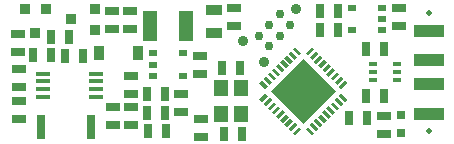
<source format=gts>
G04 (created by PCBNEW (2013-07-07 BZR 4022)-stable) date 15/02/2015 15:21:00*
%MOIN*%
G04 Gerber Fmt 3.4, Leading zero omitted, Abs format*
%FSLAX34Y34*%
G01*
G70*
G90*
G04 APERTURE LIST*
%ADD10C,0.00590551*%
%ADD11R,0.036X0.036*%
%ADD12R,0.03X0.02*%
%ADD13R,0.055X0.035*%
%ADD14R,0.045X0.025*%
%ADD15R,0.025X0.045*%
%ADD16R,0.026X0.016*%
%ADD17R,0.0984252X0.0393701*%
%ADD18C,0.019685*%
%ADD19C,0.03*%
%ADD20C,0.0354331*%
%ADD21R,0.05X0.1*%
%ADD22R,0.05X0.016*%
%ADD23R,0.0472441X0.0551181*%
%ADD24R,0.0358268X0.0480315*%
%ADD25R,0.0314X0.0314*%
%ADD26R,0.0314961X0.0787402*%
G04 APERTURE END LIST*
G54D10*
G54D11*
X30321Y-16027D03*
X30321Y-16727D03*
X29521Y-16377D03*
X27996Y-16056D03*
X28696Y-16056D03*
X28346Y-16856D03*
G54D12*
X32275Y-17518D03*
X32275Y-18268D03*
X33275Y-17518D03*
X32275Y-17893D03*
X33275Y-18268D03*
X39909Y-16752D03*
X39909Y-16002D03*
X38909Y-16752D03*
X39909Y-16377D03*
X38909Y-16002D03*
G54D13*
X34291Y-16081D03*
X34291Y-16831D03*
G54D14*
X27755Y-16865D03*
X27755Y-17465D03*
G54D15*
X38449Y-16732D03*
X37849Y-16732D03*
X38449Y-16102D03*
X37849Y-16102D03*
G54D14*
X40472Y-15999D03*
X40472Y-16599D03*
G54D15*
X38794Y-19685D03*
X39394Y-19685D03*
X39385Y-18937D03*
X39985Y-18937D03*
X39385Y-17362D03*
X39985Y-17362D03*
G54D14*
X30905Y-16117D03*
X30905Y-16717D03*
G54D15*
X32101Y-20118D03*
X32701Y-20118D03*
X28873Y-16968D03*
X29473Y-16968D03*
X32081Y-19507D03*
X32681Y-19507D03*
X32681Y-18877D03*
X32081Y-18877D03*
G54D14*
X33188Y-19473D03*
X33188Y-18873D03*
X31535Y-18282D03*
X31535Y-18882D03*
X34960Y-15999D03*
X34960Y-16599D03*
X33838Y-18193D03*
X33838Y-17593D03*
G54D16*
X39600Y-17889D03*
X39600Y-18409D03*
X39600Y-18149D03*
X40400Y-18409D03*
X40400Y-17889D03*
X40400Y-18149D03*
G54D10*
G36*
X35808Y-19057D02*
X36016Y-18849D01*
X36100Y-18932D01*
X35891Y-19141D01*
X35808Y-19057D01*
X35808Y-19057D01*
G37*
G36*
X35947Y-19197D02*
X36155Y-18988D01*
X36239Y-19071D01*
X36030Y-19280D01*
X35947Y-19197D01*
X35947Y-19197D01*
G37*
G36*
X36086Y-19336D02*
X36295Y-19127D01*
X36378Y-19211D01*
X36169Y-19419D01*
X36086Y-19336D01*
X36086Y-19336D01*
G37*
G36*
X36225Y-19475D02*
X36434Y-19266D01*
X36517Y-19350D01*
X36309Y-19559D01*
X36225Y-19475D01*
X36225Y-19475D01*
G37*
G36*
X36364Y-19614D02*
X36573Y-19405D01*
X36657Y-19489D01*
X36448Y-19698D01*
X36364Y-19614D01*
X36364Y-19614D01*
G37*
G36*
X36503Y-19753D02*
X36712Y-19545D01*
X36796Y-19628D01*
X36587Y-19837D01*
X36503Y-19753D01*
X36503Y-19753D01*
G37*
G36*
X36643Y-19893D02*
X36851Y-19684D01*
X36935Y-19767D01*
X36726Y-19976D01*
X36643Y-19893D01*
X36643Y-19893D01*
G37*
G36*
X36782Y-20032D02*
X36991Y-19823D01*
X37074Y-19907D01*
X36865Y-20115D01*
X36782Y-20032D01*
X36782Y-20032D01*
G37*
G36*
X36921Y-20171D02*
X37130Y-19962D01*
X37213Y-20046D01*
X37005Y-20254D01*
X36921Y-20171D01*
X36921Y-20171D01*
G37*
G36*
X37353Y-20046D02*
X37436Y-19962D01*
X37645Y-20171D01*
X37561Y-20254D01*
X37353Y-20046D01*
X37353Y-20046D01*
G37*
G36*
X37492Y-19907D02*
X37575Y-19823D01*
X37784Y-20032D01*
X37701Y-20115D01*
X37492Y-19907D01*
X37492Y-19907D01*
G37*
G36*
X37631Y-19767D02*
X37714Y-19684D01*
X37923Y-19893D01*
X37840Y-19976D01*
X37631Y-19767D01*
X37631Y-19767D01*
G37*
G36*
X37770Y-19628D02*
X37854Y-19545D01*
X38062Y-19753D01*
X37979Y-19837D01*
X37770Y-19628D01*
X37770Y-19628D01*
G37*
G36*
X37909Y-19489D02*
X37993Y-19405D01*
X38202Y-19614D01*
X38118Y-19698D01*
X37909Y-19489D01*
X37909Y-19489D01*
G37*
G36*
X38049Y-19350D02*
X38132Y-19266D01*
X38341Y-19475D01*
X38257Y-19559D01*
X38049Y-19350D01*
X38049Y-19350D01*
G37*
G36*
X38188Y-19211D02*
X38271Y-19127D01*
X38480Y-19336D01*
X38397Y-19419D01*
X38188Y-19211D01*
X38188Y-19211D01*
G37*
G36*
X38327Y-19071D02*
X38410Y-18988D01*
X38619Y-19197D01*
X38536Y-19280D01*
X38327Y-19071D01*
X38327Y-19071D01*
G37*
G36*
X38466Y-18932D02*
X38550Y-18849D01*
X38758Y-19057D01*
X38675Y-19141D01*
X38466Y-18932D01*
X38466Y-18932D01*
G37*
G36*
X38466Y-18626D02*
X38675Y-18417D01*
X38758Y-18501D01*
X38550Y-18709D01*
X38466Y-18626D01*
X38466Y-18626D01*
G37*
G36*
X38327Y-18487D02*
X38536Y-18278D01*
X38619Y-18361D01*
X38410Y-18570D01*
X38327Y-18487D01*
X38327Y-18487D01*
G37*
G36*
X38188Y-18348D02*
X38397Y-18139D01*
X38480Y-18222D01*
X38271Y-18431D01*
X38188Y-18348D01*
X38188Y-18348D01*
G37*
G36*
X38049Y-18208D02*
X38257Y-18000D01*
X38341Y-18083D01*
X38132Y-18292D01*
X38049Y-18208D01*
X38049Y-18208D01*
G37*
G36*
X37909Y-18069D02*
X38118Y-17860D01*
X38202Y-17944D01*
X37993Y-18153D01*
X37909Y-18069D01*
X37909Y-18069D01*
G37*
G36*
X37770Y-17930D02*
X37979Y-17721D01*
X38062Y-17805D01*
X37854Y-18013D01*
X37770Y-17930D01*
X37770Y-17930D01*
G37*
G36*
X37631Y-17791D02*
X37840Y-17582D01*
X37923Y-17665D01*
X37714Y-17874D01*
X37631Y-17791D01*
X37631Y-17791D01*
G37*
G36*
X37492Y-17652D02*
X37701Y-17443D01*
X37784Y-17526D01*
X37575Y-17735D01*
X37492Y-17652D01*
X37492Y-17652D01*
G37*
G36*
X37353Y-17512D02*
X37561Y-17304D01*
X37645Y-17387D01*
X37436Y-17596D01*
X37353Y-17512D01*
X37353Y-17512D01*
G37*
G36*
X36921Y-17387D02*
X37005Y-17304D01*
X37213Y-17512D01*
X37130Y-17596D01*
X36921Y-17387D01*
X36921Y-17387D01*
G37*
G36*
X36782Y-17526D02*
X36865Y-17443D01*
X37074Y-17652D01*
X36991Y-17735D01*
X36782Y-17526D01*
X36782Y-17526D01*
G37*
G36*
X36643Y-17665D02*
X36726Y-17582D01*
X36935Y-17791D01*
X36851Y-17874D01*
X36643Y-17665D01*
X36643Y-17665D01*
G37*
G36*
X36503Y-17805D02*
X36587Y-17721D01*
X36796Y-17930D01*
X36712Y-18013D01*
X36503Y-17805D01*
X36503Y-17805D01*
G37*
G36*
X36364Y-17944D02*
X36448Y-17860D01*
X36657Y-18069D01*
X36573Y-18153D01*
X36364Y-17944D01*
X36364Y-17944D01*
G37*
G36*
X36225Y-18083D02*
X36309Y-18000D01*
X36517Y-18208D01*
X36434Y-18292D01*
X36225Y-18083D01*
X36225Y-18083D01*
G37*
G36*
X36086Y-18222D02*
X36169Y-18139D01*
X36378Y-18348D01*
X36295Y-18431D01*
X36086Y-18222D01*
X36086Y-18222D01*
G37*
G36*
X35947Y-18361D02*
X36030Y-18278D01*
X36239Y-18487D01*
X36155Y-18570D01*
X35947Y-18361D01*
X35947Y-18361D01*
G37*
G36*
X35808Y-18501D02*
X35891Y-18417D01*
X36100Y-18626D01*
X36016Y-18709D01*
X35808Y-18501D01*
X35808Y-18501D01*
G37*
G36*
X36197Y-18779D02*
X37283Y-17693D01*
X38369Y-18779D01*
X37283Y-19865D01*
X36197Y-18779D01*
X36197Y-18779D01*
G37*
G54D17*
X41456Y-17755D03*
X41456Y-16771D03*
X41456Y-18543D03*
X41456Y-19527D03*
G54D18*
X41456Y-16181D03*
X41456Y-20118D03*
G54D19*
X36496Y-16222D03*
X36849Y-16575D03*
X36142Y-16575D03*
X36496Y-16929D03*
X35788Y-16929D03*
G54D20*
X37026Y-16045D03*
X35258Y-17105D03*
X35965Y-17813D03*
G54D19*
X36142Y-17282D03*
G54D21*
X33375Y-16594D03*
X32175Y-16594D03*
G54D14*
X30944Y-19906D03*
X30944Y-19306D03*
X31535Y-19306D03*
X31535Y-19906D03*
G54D15*
X28882Y-17559D03*
X28282Y-17559D03*
G54D14*
X27795Y-18646D03*
X27795Y-18046D03*
X27795Y-19109D03*
X27795Y-19709D03*
G54D15*
X35181Y-17992D03*
X34581Y-17992D03*
G54D14*
X31496Y-16717D03*
X31496Y-16117D03*
G54D22*
X28613Y-18197D03*
X28613Y-18452D03*
X28613Y-18712D03*
X28613Y-18967D03*
X30363Y-18967D03*
X30363Y-18712D03*
X30363Y-18452D03*
X30363Y-18197D03*
G54D23*
X35216Y-19527D03*
X35216Y-18661D03*
X34547Y-18661D03*
X34547Y-19527D03*
G54D15*
X35221Y-20196D03*
X34621Y-20196D03*
G54D24*
X30478Y-17500D03*
X31765Y-17500D03*
G54D14*
X39960Y-19621D03*
X39960Y-20221D03*
G54D25*
X40551Y-19586D03*
X40551Y-20176D03*
G54D15*
X29945Y-17598D03*
X29345Y-17598D03*
G54D14*
X33858Y-19700D03*
X33858Y-20300D03*
G54D26*
X28543Y-19960D03*
X30196Y-19960D03*
M02*

</source>
